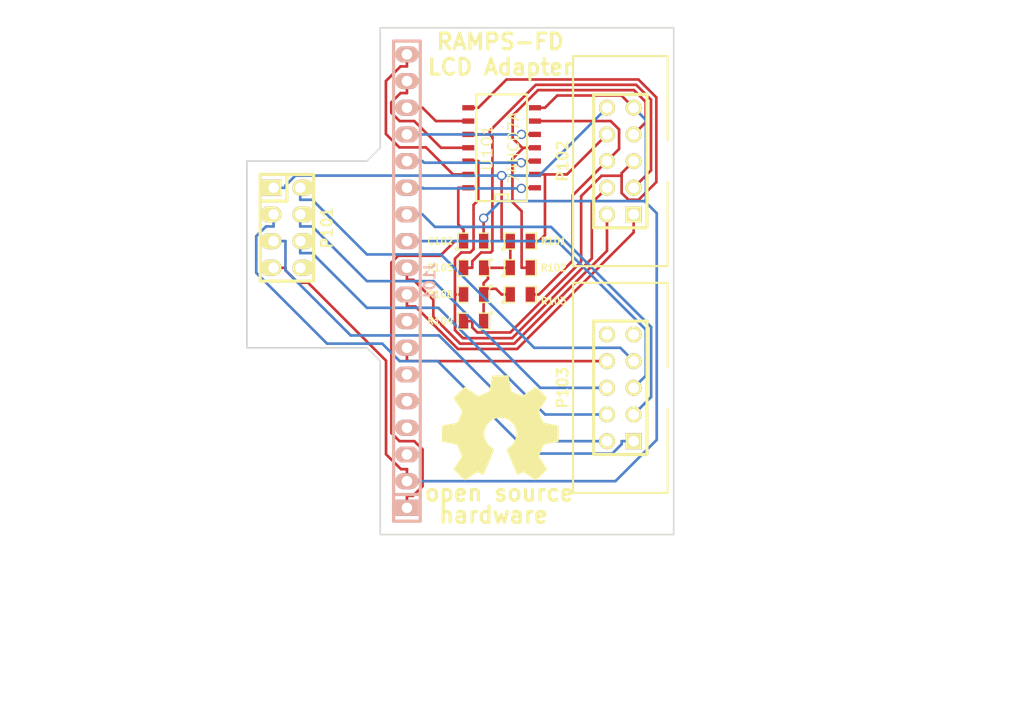
<source format=kicad_pcb>
(kicad_pcb (version 3) (host pcbnew "(2013-07-07 BZR 4022)-stable")

  (general
    (links 41)
    (no_connects 0)
    (area 110.745001 69.749999 208.182856 139.35)
    (thickness 1.6)
    (drawings 29)
    (tracks 243)
    (zones 0)
    (modules 13)
    (nets 26)
  )

  (page A4)
  (layers
    (15 F.Cu signal)
    (0 B.Cu signal)
    (16 B.Adhes user)
    (17 F.Adhes user)
    (18 B.Paste user)
    (19 F.Paste user)
    (20 B.SilkS user)
    (21 F.SilkS user)
    (22 B.Mask user)
    (23 F.Mask user)
    (24 Dwgs.User user)
    (25 Cmts.User user)
    (26 Eco1.User user)
    (27 Eco2.User user)
    (28 Edge.Cuts user)
  )

  (setup
    (last_trace_width 0.254)
    (trace_clearance 0.254)
    (zone_clearance 0.508)
    (zone_45_only no)
    (trace_min 0.254)
    (segment_width 0.2)
    (edge_width 0.15)
    (via_size 0.889)
    (via_drill 0.635)
    (via_min_size 0.889)
    (via_min_drill 0.508)
    (uvia_size 0.508)
    (uvia_drill 0.127)
    (uvias_allowed no)
    (uvia_min_size 0.508)
    (uvia_min_drill 0.127)
    (pcb_text_width 0.3)
    (pcb_text_size 1.5 1.5)
    (mod_edge_width 0.15)
    (mod_text_size 1.5 1.5)
    (mod_text_width 0.15)
    (pad_size 1.4 1.4)
    (pad_drill 0.6)
    (pad_to_mask_clearance 0.2)
    (aux_axis_origin 134.62 120.65)
    (visible_elements 7FFFFBBF)
    (pcbplotparams
      (layerselection 284196865)
      (usegerberextensions true)
      (excludeedgelayer true)
      (linewidth 0.150000)
      (plotframeref false)
      (viasonmask false)
      (mode 1)
      (useauxorigin true)
      (hpglpennumber 1)
      (hpglpenspeed 20)
      (hpglpendiameter 15)
      (hpglpenoverlay 2)
      (psnegative false)
      (psa4output false)
      (plotreference true)
      (plotvalue true)
      (plotothertext true)
      (plotinvisibletext false)
      (padsonsilk false)
      (subtractmaskfromsilk false)
      (outputformat 1)
      (mirror false)
      (drillshape 0)
      (scaleselection 1)
      (outputdirectory gerbers/))
  )

  (net 0 "")
  (net 1 +5V)
  (net 2 /BEEP)
  (net 3 /ENC1)
  (net 4 /ENC2)
  (net 5 /ENC_SW)
  (net 6 /IOREF)
  (net 7 /LCD_D4)
  (net 8 /LCD_D4_5V)
  (net 9 /LCD_D5)
  (net 10 /LCD_D5_5V)
  (net 11 /LCD_D6)
  (net 12 /LCD_D6_5V)
  (net 13 /LCD_D7)
  (net 14 /LCD_D7_5V)
  (net 15 /LCD_E)
  (net 16 /LCD_E_5V)
  (net 17 /LCD_RS)
  (net 18 /LCD_RS_5V)
  (net 19 /RESET)
  (net 20 /SD_CLK)
  (net 21 /SD_CS)
  (net 22 /SD_DETECT)
  (net 23 /SD_DI)
  (net 24 /SD_DO)
  (net 25 GND)

  (net_class Default "This is the default net class."
    (clearance 0.254)
    (trace_width 0.254)
    (via_dia 0.889)
    (via_drill 0.635)
    (uvia_dia 0.508)
    (uvia_drill 0.127)
    (add_net "")
    (add_net +5V)
    (add_net /BEEP)
    (add_net /ENC1)
    (add_net /ENC2)
    (add_net /ENC_SW)
    (add_net /IOREF)
    (add_net /LCD_D4)
    (add_net /LCD_D4_5V)
    (add_net /LCD_D5)
    (add_net /LCD_D5_5V)
    (add_net /LCD_D6)
    (add_net /LCD_D6_5V)
    (add_net /LCD_D7)
    (add_net /LCD_D7_5V)
    (add_net /LCD_E)
    (add_net /LCD_E_5V)
    (add_net /LCD_RS)
    (add_net /LCD_RS_5V)
    (add_net /RESET)
    (add_net /SD_CLK)
    (add_net /SD_CS)
    (add_net /SD_DETECT)
    (add_net /SD_DI)
    (add_net /SD_DO)
    (add_net GND)
  )

  (module SM0805 (layer F.Cu) (tedit 52460DE0) (tstamp 5243636C)
    (at 160.655 92.71)
    (path /52460B2A)
    (attr smd)
    (fp_text reference R101 (at 3.175 0) (layer F.SilkS)
      (effects (font (size 0.635 0.635) (thickness 0.127)))
    )
    (fp_text value 10k (at 0 0) (layer F.SilkS) hide
      (effects (font (size 0.635 0.635) (thickness 0.127)))
    )
    (fp_circle (center -1.651 0.762) (end -1.651 0.635) (layer F.SilkS) (width 0.127))
    (fp_line (start -0.508 0.762) (end -1.524 0.762) (layer F.SilkS) (width 0.127))
    (fp_line (start -1.524 0.762) (end -1.524 -0.762) (layer F.SilkS) (width 0.127))
    (fp_line (start -1.524 -0.762) (end -0.508 -0.762) (layer F.SilkS) (width 0.127))
    (fp_line (start 0.508 -0.762) (end 1.524 -0.762) (layer F.SilkS) (width 0.127))
    (fp_line (start 1.524 -0.762) (end 1.524 0.762) (layer F.SilkS) (width 0.127))
    (fp_line (start 1.524 0.762) (end 0.508 0.762) (layer F.SilkS) (width 0.127))
    (pad 1 smd rect (at -0.9525 0) (size 0.889 1.397)
      (layers F.Cu F.Paste F.Mask)
      (net 1 +5V)
    )
    (pad 2 smd rect (at 0.9525 0) (size 0.889 1.397)
      (layers F.Cu F.Paste F.Mask)
      (net 14 /LCD_D7_5V)
    )
    (model smd/chip_cms.wrl
      (at (xyz 0 0 0))
      (scale (xyz 0.1 0.1 0.1))
      (rotate (xyz 0 0 0))
    )
  )

  (module pin_strip_4x2 (layer F.Cu) (tedit 4B90DEC7) (tstamp 5243637E)
    (at 138.43 91.44 270)
    (descr "Pin strip 4x2pin")
    (tags "CONN DEV")
    (path /52434F0E)
    (fp_text reference P101 (at 0 -3.81 270) (layer F.SilkS)
      (effects (font (size 1.016 1.016) (thickness 0.2032)))
    )
    (fp_text value CONN_4X2 (at 0 -5.08 270) (layer F.SilkS) hide
      (effects (font (size 1.016 0.889) (thickness 0.2032)))
    )
    (fp_line (start -5.08 -2.54) (end 5.08 -2.54) (layer F.SilkS) (width 0.3048))
    (fp_line (start 5.08 -2.54) (end 5.08 2.54) (layer F.SilkS) (width 0.3048))
    (fp_line (start 5.08 2.54) (end -5.08 2.54) (layer F.SilkS) (width 0.3048))
    (fp_line (start -5.08 0) (end -2.54 0) (layer F.SilkS) (width 0.3048))
    (fp_line (start -2.54 0) (end -2.54 2.54) (layer F.SilkS) (width 0.3048))
    (fp_line (start -5.08 -2.54) (end -5.08 2.54) (layer F.SilkS) (width 0.3048))
    (pad 1 thru_hole rect (at -3.81 1.27 270) (size 1.524 1.99898) (drill 1.00076 (offset 0 0.24892))
      (layers *.Cu *.Mask F.SilkS)
      (net 1 +5V)
    )
    (pad 2 thru_hole oval (at -3.81 -1.27 270) (size 1.524 1.99898) (drill 1.00076 (offset 0 -0.24892))
      (layers *.Cu *.Mask F.SilkS)
      (net 22 /SD_DETECT)
    )
    (pad 3 thru_hole oval (at -1.27 1.27 270) (size 1.524 1.99898) (drill 1.00076 (offset 0 0.24892))
      (layers *.Cu *.Mask F.SilkS)
      (net 24 /SD_DO)
    )
    (pad 4 thru_hole oval (at -1.27 -1.27 270) (size 1.524 1.99898) (drill 1.00076 (offset 0 -0.24892))
      (layers *.Cu *.Mask F.SilkS)
      (net 23 /SD_DI)
    )
    (pad 5 thru_hole oval (at 1.27 1.27 270) (size 1.524 1.99898) (drill 1.00076 (offset 0 0.24892))
      (layers *.Cu *.Mask F.SilkS)
      (net 20 /SD_CLK)
    )
    (pad 6 thru_hole oval (at 1.27 -1.27 270) (size 1.524 1.99898) (drill 1.00076 (offset 0 -0.24892))
      (layers *.Cu *.Mask F.SilkS)
      (net 21 /SD_CS)
    )
    (pad 7 thru_hole oval (at 3.81 1.27 270) (size 1.524 1.99898) (drill 1.00076 (offset 0 0.24892))
      (layers *.Cu *.Mask F.SilkS)
      (net 25 GND)
    )
    (pad 8 thru_hole oval (at 3.81 -1.27 270) (size 1.524 1.99898) (drill 1.00076 (offset 0 -0.24892))
      (layers *.Cu *.Mask F.SilkS)
    )
    (model walter\pin_strip\pin_strip_4x2.wrl
      (at (xyz 0 0 0))
      (scale (xyz 1 1 1))
      (rotate (xyz 0 0 0))
    )
  )

  (module pin_strip_18 (layer B.Cu) (tedit 4EF88F70) (tstamp 52436399)
    (at 149.86 96.52 90)
    (descr "Pin strip 18pin")
    (tags "CONN DEV")
    (path /52434F14)
    (fp_text reference J101 (at 0 2.159 90) (layer B.SilkS)
      (effects (font (size 1.016 1.016) (thickness 0.2032)) (justify mirror))
    )
    (fp_text value HEADER_18 (at 0.254 3.556 90) (layer B.SilkS) hide
      (effects (font (size 1.016 0.889) (thickness 0.2032)) (justify mirror))
    )
    (fp_line (start 22.86 -1.27) (end -22.86 -1.27) (layer B.SilkS) (width 0.3048))
    (fp_line (start -22.86 1.27) (end 22.86 1.27) (layer B.SilkS) (width 0.3048))
    (fp_line (start 22.86 1.27) (end 22.86 -1.27) (layer B.SilkS) (width 0.3048))
    (fp_line (start -20.32 1.27) (end -20.32 -1.27) (layer B.SilkS) (width 0.3048))
    (fp_line (start -22.86 -1.27) (end -22.86 1.27) (layer B.SilkS) (width 0.3048))
    (pad 1 thru_hole rect (at -21.59 0 90) (size 1.524 2.19964) (drill 1.00076)
      (layers *.Cu *.Mask B.SilkS)
      (net 6 /IOREF)
    )
    (pad 2 thru_hole oval (at -19.05 0 90) (size 1.524 2.19964) (drill 1.00076)
      (layers *.Cu *.Mask B.SilkS)
      (net 25 GND)
    )
    (pad 3 thru_hole oval (at -16.51 0 90) (size 1.524 2.19964) (drill 1.00076)
      (layers *.Cu *.Mask B.SilkS)
    )
    (pad 4 thru_hole oval (at -13.97 0 90) (size 1.524 2.19964) (drill 1.00076)
      (layers *.Cu *.Mask B.SilkS)
    )
    (pad 5 thru_hole oval (at -11.43 0 90) (size 1.524 2.19964) (drill 1.00076)
      (layers *.Cu *.Mask B.SilkS)
    )
    (pad 6 thru_hole oval (at -8.89 0 90) (size 1.524 2.19964) (drill 1.00076)
      (layers *.Cu *.Mask B.SilkS)
    )
    (pad 7 thru_hole oval (at -6.35 0 90) (size 1.524 2.19964) (drill 1.00076)
      (layers *.Cu *.Mask B.SilkS)
      (net 19 /RESET)
    )
    (pad 8 thru_hole oval (at -3.81 0 90) (size 1.524 2.19964) (drill 1.00076)
      (layers *.Cu *.Mask B.SilkS)
    )
    (pad 9 thru_hole oval (at -1.27 0 90) (size 1.524 2.19964) (drill 1.00076)
      (layers *.Cu *.Mask B.SilkS)
      (net 2 /BEEP)
    )
    (pad 10 thru_hole oval (at 1.27 0 90) (size 1.524 2.19964) (drill 1.00076)
      (layers *.Cu *.Mask B.SilkS)
      (net 5 /ENC_SW)
    )
    (pad 11 thru_hole oval (at 3.81 0 90) (size 1.524 2.19964) (drill 1.00076)
      (layers *.Cu *.Mask B.SilkS)
      (net 3 /ENC1)
    )
    (pad 12 thru_hole oval (at 6.35 0 90) (size 1.524 2.19964) (drill 1.00076)
      (layers *.Cu *.Mask B.SilkS)
      (net 4 /ENC2)
    )
    (pad 13 thru_hole oval (at 8.89 0 90) (size 1.524 2.19964) (drill 1.00076)
      (layers *.Cu *.Mask B.SilkS)
      (net 13 /LCD_D7)
    )
    (pad 14 thru_hole oval (at 11.43 0 90) (size 1.524 2.19964) (drill 1.00076)
      (layers *.Cu *.Mask B.SilkS)
      (net 11 /LCD_D6)
    )
    (pad 15 thru_hole oval (at 13.97 0 90) (size 1.524 2.19964) (drill 1.00076)
      (layers *.Cu *.Mask B.SilkS)
      (net 9 /LCD_D5)
    )
    (pad 16 thru_hole oval (at 16.51 0 90) (size 1.524 2.19964) (drill 1.00076)
      (layers *.Cu *.Mask B.SilkS)
      (net 7 /LCD_D4)
    )
    (pad 17 thru_hole oval (at 19.05 0 90) (size 1.524 2.19964) (drill 1.00076)
      (layers *.Cu *.Mask B.SilkS)
      (net 15 /LCD_E)
    )
    (pad 18 thru_hole oval (at 21.59 0 90) (size 1.524 2.19964) (drill 1.00076)
      (layers *.Cu *.Mask B.SilkS)
      (net 17 /LCD_RS)
    )
    (model walter\pin_strip\pin_strip_18.wrl
      (at (xyz 0 0 0))
      (scale (xyz 1 1 1))
      (rotate (xyz 0 0 0))
    )
  )

  (module PIN_ARRAY_5x2_RMC (layer F.Cu) (tedit 502ACB2F) (tstamp 524363AD)
    (at 170.18 85.09 90)
    (descr "Double rangee de contacts 2 x 5 pins")
    (tags CONN)
    (path /52434ED1)
    (fp_text reference P102 (at 0 -5.4991 90) (layer F.SilkS)
      (effects (font (size 1.016 1.016) (thickness 0.2032)))
    )
    (fp_text value CONN_5X2 (at 0 -5.4991 90) (layer F.SilkS) hide
      (effects (font (size 1.016 1.016) (thickness 0.2032)))
    )
    (fp_line (start 1.99898 4.50088) (end 9.99998 4.50088) (layer F.SilkS) (width 0.2032))
    (fp_line (start 9.99998 4.50088) (end 9.99998 -4.50088) (layer F.SilkS) (width 0.2032))
    (fp_line (start 9.99998 -4.50088) (end -9.99998 -4.50088) (layer F.SilkS) (width 0.2032))
    (fp_line (start -9.99998 -4.50088) (end -9.99998 0) (layer F.SilkS) (width 0.2032))
    (fp_line (start -9.99998 0) (end -9.99998 4.50088) (layer F.SilkS) (width 0.2032))
    (fp_line (start -9.99998 4.50088) (end -1.99898 4.50088) (layer F.SilkS) (width 0.2032))
    (fp_line (start -6.35 -2.54) (end 6.35 -2.54) (layer F.SilkS) (width 0.3048))
    (fp_line (start 6.35 -2.54) (end 6.35 2.54) (layer F.SilkS) (width 0.3048))
    (fp_line (start 6.35 2.54) (end -6.35 2.54) (layer F.SilkS) (width 0.3048))
    (fp_line (start -6.35 2.54) (end -6.35 -2.54) (layer F.SilkS) (width 0.3048))
    (pad 1 thru_hole rect (at -5.08 1.27 90) (size 1.524 1.524) (drill 1.016)
      (layers *.Cu *.Mask F.SilkS)
      (net 2 /BEEP)
    )
    (pad 2 thru_hole circle (at -5.08 -1.27 90) (size 1.524 1.524) (drill 1.016)
      (layers *.Cu *.Mask F.SilkS)
      (net 5 /ENC_SW)
    )
    (pad 3 thru_hole circle (at -2.54 1.27 90) (size 1.524 1.524) (drill 1.016)
      (layers *.Cu *.Mask F.SilkS)
      (net 16 /LCD_E_5V)
    )
    (pad 4 thru_hole circle (at -2.54 -1.27 90) (size 1.524 1.524) (drill 1.016)
      (layers *.Cu *.Mask F.SilkS)
      (net 18 /LCD_RS_5V)
    )
    (pad 5 thru_hole circle (at 0 1.27 90) (size 1.524 1.524) (drill 1.016)
      (layers *.Cu *.Mask F.SilkS)
      (net 8 /LCD_D4_5V)
    )
    (pad 6 thru_hole circle (at 0 -1.27 90) (size 1.524 1.524) (drill 1.016)
      (layers *.Cu *.Mask F.SilkS)
      (net 10 /LCD_D5_5V)
    )
    (pad 7 thru_hole circle (at 2.54 1.27 90) (size 1.524 1.524) (drill 1.016)
      (layers *.Cu *.Mask F.SilkS)
      (net 12 /LCD_D6_5V)
    )
    (pad 8 thru_hole circle (at 2.54 -1.27 90) (size 1.524 1.524) (drill 1.016)
      (layers *.Cu *.Mask F.SilkS)
      (net 14 /LCD_D7_5V)
    )
    (pad 9 thru_hole circle (at 5.08 1.27 90) (size 1.524 1.524) (drill 1.016)
      (layers *.Cu *.Mask F.SilkS)
      (net 25 GND)
    )
    (pad 10 thru_hole circle (at 5.08 -1.27 90) (size 1.524 1.524) (drill 1.016)
      (layers *.Cu *.Mask F.SilkS)
      (net 1 +5V)
    )
    (model walter\conn_strip\vasch_strip_5x2.wrl
      (at (xyz 0 0 0))
      (scale (xyz 1 1 1))
      (rotate (xyz 0 0 0))
    )
  )

  (module PIN_ARRAY_5x2_RMC (layer F.Cu) (tedit 502ACB2F) (tstamp 524363C1)
    (at 170.18 106.68 90)
    (descr "Double rangee de contacts 2 x 5 pins")
    (tags CONN)
    (path /52434ED7)
    (fp_text reference P103 (at 0 -5.4991 90) (layer F.SilkS)
      (effects (font (size 1.016 1.016) (thickness 0.2032)))
    )
    (fp_text value CONN_5X2 (at 0 -5.4991 90) (layer F.SilkS) hide
      (effects (font (size 1.016 1.016) (thickness 0.2032)))
    )
    (fp_line (start 1.99898 4.50088) (end 9.99998 4.50088) (layer F.SilkS) (width 0.2032))
    (fp_line (start 9.99998 4.50088) (end 9.99998 -4.50088) (layer F.SilkS) (width 0.2032))
    (fp_line (start 9.99998 -4.50088) (end -9.99998 -4.50088) (layer F.SilkS) (width 0.2032))
    (fp_line (start -9.99998 -4.50088) (end -9.99998 0) (layer F.SilkS) (width 0.2032))
    (fp_line (start -9.99998 0) (end -9.99998 4.50088) (layer F.SilkS) (width 0.2032))
    (fp_line (start -9.99998 4.50088) (end -1.99898 4.50088) (layer F.SilkS) (width 0.2032))
    (fp_line (start -6.35 -2.54) (end 6.35 -2.54) (layer F.SilkS) (width 0.3048))
    (fp_line (start 6.35 -2.54) (end 6.35 2.54) (layer F.SilkS) (width 0.3048))
    (fp_line (start 6.35 2.54) (end -6.35 2.54) (layer F.SilkS) (width 0.3048))
    (fp_line (start -6.35 2.54) (end -6.35 -2.54) (layer F.SilkS) (width 0.3048))
    (pad 1 thru_hole rect (at -5.08 1.27 90) (size 1.524 1.524) (drill 1.016)
      (layers *.Cu *.Mask F.SilkS)
      (net 24 /SD_DO)
    )
    (pad 2 thru_hole circle (at -5.08 -1.27 90) (size 1.524 1.524) (drill 1.016)
      (layers *.Cu *.Mask F.SilkS)
      (net 20 /SD_CLK)
    )
    (pad 3 thru_hole circle (at -2.54 1.27 90) (size 1.524 1.524) (drill 1.016)
      (layers *.Cu *.Mask F.SilkS)
      (net 4 /ENC2)
    )
    (pad 4 thru_hole circle (at -2.54 -1.27 90) (size 1.524 1.524) (drill 1.016)
      (layers *.Cu *.Mask F.SilkS)
      (net 21 /SD_CS)
    )
    (pad 5 thru_hole circle (at 0 1.27 90) (size 1.524 1.524) (drill 1.016)
      (layers *.Cu *.Mask F.SilkS)
      (net 3 /ENC1)
    )
    (pad 6 thru_hole circle (at 0 -1.27 90) (size 1.524 1.524) (drill 1.016)
      (layers *.Cu *.Mask F.SilkS)
      (net 23 /SD_DI)
    )
    (pad 7 thru_hole circle (at 2.54 1.27 90) (size 1.524 1.524) (drill 1.016)
      (layers *.Cu *.Mask F.SilkS)
      (net 22 /SD_DETECT)
    )
    (pad 8 thru_hole circle (at 2.54 -1.27 90) (size 1.524 1.524) (drill 1.016)
      (layers *.Cu *.Mask F.SilkS)
      (net 19 /RESET)
    )
    (pad 9 thru_hole circle (at 5.08 1.27 90) (size 1.524 1.524) (drill 1.016)
      (layers *.Cu *.Mask F.SilkS)
    )
    (pad 10 thru_hole circle (at 5.08 -1.27 90) (size 1.524 1.524) (drill 1.016)
      (layers *.Cu *.Mask F.SilkS)
    )
    (model walter\conn_strip\vasch_strip_5x2.wrl
      (at (xyz 0 0 0))
      (scale (xyz 1 1 1))
      (rotate (xyz 0 0 0))
    )
  )

  (module SM0805 (layer F.Cu) (tedit 52460DDE) (tstamp 52436758)
    (at 156.21 92.71)
    (path /524366E1)
    (attr smd)
    (fp_text reference C102 (at -3.175 0) (layer F.SilkS)
      (effects (font (size 0.635 0.635) (thickness 0.127)))
    )
    (fp_text value 100nF (at 0 0) (layer F.SilkS) hide
      (effects (font (size 0.635 0.635) (thickness 0.127)))
    )
    (fp_circle (center -1.651 0.762) (end -1.651 0.635) (layer F.SilkS) (width 0.127))
    (fp_line (start -0.508 0.762) (end -1.524 0.762) (layer F.SilkS) (width 0.127))
    (fp_line (start -1.524 0.762) (end -1.524 -0.762) (layer F.SilkS) (width 0.127))
    (fp_line (start -1.524 -0.762) (end -0.508 -0.762) (layer F.SilkS) (width 0.127))
    (fp_line (start 0.508 -0.762) (end 1.524 -0.762) (layer F.SilkS) (width 0.127))
    (fp_line (start 1.524 -0.762) (end 1.524 0.762) (layer F.SilkS) (width 0.127))
    (fp_line (start 1.524 0.762) (end 0.508 0.762) (layer F.SilkS) (width 0.127))
    (pad 1 smd rect (at -0.9525 0) (size 0.889 1.397)
      (layers F.Cu F.Paste F.Mask)
      (net 6 /IOREF)
    )
    (pad 2 smd rect (at 0.9525 0) (size 0.889 1.397)
      (layers F.Cu F.Paste F.Mask)
      (net 25 GND)
    )
    (model smd/chip_cms.wrl
      (at (xyz 0 0 0))
      (scale (xyz 0.1 0.1 0.1))
      (rotate (xyz 0 0 0))
    )
  )

  (module SO14N (layer F.Cu) (tedit 42806FE5) (tstamp 5243635F)
    (at 158.75 83.82 90)
    (descr "Module CMS SOJ 14 pins Large")
    (tags "CMS SOJ")
    (path /5245E15B)
    (attr smd)
    (fp_text reference U101 (at 0 -1.27 90) (layer F.SilkS)
      (effects (font (size 1.016 1.143) (thickness 0.127)))
    )
    (fp_text value 74HC07A (at 0 1.27 90) (layer F.SilkS)
      (effects (font (size 1.016 1.016) (thickness 0.127)))
    )
    (fp_line (start 5.08 -2.286) (end 5.08 2.54) (layer F.SilkS) (width 0.2032))
    (fp_line (start 5.08 2.54) (end -5.08 2.54) (layer F.SilkS) (width 0.2032))
    (fp_line (start -5.08 2.54) (end -5.08 -2.286) (layer F.SilkS) (width 0.2032))
    (fp_line (start -5.08 -2.286) (end 5.08 -2.286) (layer F.SilkS) (width 0.2032))
    (fp_line (start -5.08 -0.508) (end -4.445 -0.508) (layer F.SilkS) (width 0.2032))
    (fp_line (start -4.445 -0.508) (end -4.445 0.762) (layer F.SilkS) (width 0.2032))
    (fp_line (start -4.445 0.762) (end -5.08 0.762) (layer F.SilkS) (width 0.2032))
    (pad 1 smd rect (at -3.81 3.302 90) (size 0.508 1.143)
      (layers F.Cu F.Paste F.Mask)
      (net 13 /LCD_D7)
    )
    (pad 2 smd rect (at -2.54 3.302 90) (size 0.508 1.143)
      (layers F.Cu F.Paste F.Mask)
      (net 14 /LCD_D7_5V)
    )
    (pad 3 smd rect (at -1.27 3.302 90) (size 0.508 1.143)
      (layers F.Cu F.Paste F.Mask)
      (net 11 /LCD_D6)
    )
    (pad 4 smd rect (at 0 3.302 90) (size 0.508 1.143)
      (layers F.Cu F.Paste F.Mask)
      (net 12 /LCD_D6_5V)
    )
    (pad 5 smd rect (at 1.27 3.302 90) (size 0.508 1.143)
      (layers F.Cu F.Paste F.Mask)
      (net 9 /LCD_D5)
    )
    (pad 6 smd rect (at 2.54 3.302 90) (size 0.508 1.143)
      (layers F.Cu F.Paste F.Mask)
      (net 10 /LCD_D5_5V)
    )
    (pad 7 smd rect (at 3.81 3.302 90) (size 0.508 1.143)
      (layers F.Cu F.Paste F.Mask)
      (net 25 GND)
    )
    (pad 8 smd rect (at 3.81 -3.048 90) (size 0.508 1.143)
      (layers F.Cu F.Paste F.Mask)
      (net 8 /LCD_D4_5V)
    )
    (pad 9 smd rect (at 2.54 -3.048 90) (size 0.508 1.143)
      (layers F.Cu F.Paste F.Mask)
      (net 7 /LCD_D4)
    )
    (pad 11 smd rect (at 0 -3.048 90) (size 0.508 1.143)
      (layers F.Cu F.Paste F.Mask)
      (net 15 /LCD_E)
    )
    (pad 12 smd rect (at -1.27 -3.048 90) (size 0.508 1.143)
      (layers F.Cu F.Paste F.Mask)
      (net 18 /LCD_RS_5V)
    )
    (pad 13 smd rect (at -2.54 -3.048 90) (size 0.508 1.143)
      (layers F.Cu F.Paste F.Mask)
      (net 17 /LCD_RS)
    )
    (pad 14 smd rect (at -3.81 -3.048 90) (size 0.508 1.143)
      (layers F.Cu F.Paste F.Mask)
      (net 6 /IOREF)
    )
    (pad 10 smd rect (at 1.27 -3.048 90) (size 0.508 1.143)
      (layers F.Cu F.Paste F.Mask)
      (net 16 /LCD_E_5V)
    )
    (model smd/cms_so14.wrl
      (at (xyz 0 0 0))
      (scale (xyz 0.5 0.4 0.5))
      (rotate (xyz 0 0 0))
    )
  )

  (module SM0805 (layer F.Cu) (tedit 52460DDC) (tstamp 52460B72)
    (at 160.655 95.25)
    (path /52460B3C)
    (attr smd)
    (fp_text reference R102 (at 3.175 0) (layer F.SilkS)
      (effects (font (size 0.635 0.635) (thickness 0.127)))
    )
    (fp_text value 10k (at 0 0) (layer F.SilkS) hide
      (effects (font (size 0.635 0.635) (thickness 0.127)))
    )
    (fp_circle (center -1.651 0.762) (end -1.651 0.635) (layer F.SilkS) (width 0.127))
    (fp_line (start -0.508 0.762) (end -1.524 0.762) (layer F.SilkS) (width 0.127))
    (fp_line (start -1.524 0.762) (end -1.524 -0.762) (layer F.SilkS) (width 0.127))
    (fp_line (start -1.524 -0.762) (end -0.508 -0.762) (layer F.SilkS) (width 0.127))
    (fp_line (start 0.508 -0.762) (end 1.524 -0.762) (layer F.SilkS) (width 0.127))
    (fp_line (start 1.524 -0.762) (end 1.524 0.762) (layer F.SilkS) (width 0.127))
    (fp_line (start 1.524 0.762) (end 0.508 0.762) (layer F.SilkS) (width 0.127))
    (pad 1 smd rect (at -0.9525 0) (size 0.889 1.397)
      (layers F.Cu F.Paste F.Mask)
      (net 1 +5V)
    )
    (pad 2 smd rect (at 0.9525 0) (size 0.889 1.397)
      (layers F.Cu F.Paste F.Mask)
      (net 12 /LCD_D6_5V)
    )
    (model smd/chip_cms.wrl
      (at (xyz 0 0 0))
      (scale (xyz 0.1 0.1 0.1))
      (rotate (xyz 0 0 0))
    )
  )

  (module SM0805 (layer F.Cu) (tedit 52460DD8) (tstamp 52460B7F)
    (at 160.655 97.79)
    (path /52460B42)
    (attr smd)
    (fp_text reference R103 (at 3.175 0.635) (layer F.SilkS)
      (effects (font (size 0.635 0.635) (thickness 0.127)))
    )
    (fp_text value 10k (at 0 0) (layer F.SilkS) hide
      (effects (font (size 0.635 0.635) (thickness 0.127)))
    )
    (fp_circle (center -1.651 0.762) (end -1.651 0.635) (layer F.SilkS) (width 0.127))
    (fp_line (start -0.508 0.762) (end -1.524 0.762) (layer F.SilkS) (width 0.127))
    (fp_line (start -1.524 0.762) (end -1.524 -0.762) (layer F.SilkS) (width 0.127))
    (fp_line (start -1.524 -0.762) (end -0.508 -0.762) (layer F.SilkS) (width 0.127))
    (fp_line (start 0.508 -0.762) (end 1.524 -0.762) (layer F.SilkS) (width 0.127))
    (fp_line (start 1.524 -0.762) (end 1.524 0.762) (layer F.SilkS) (width 0.127))
    (fp_line (start 1.524 0.762) (end 0.508 0.762) (layer F.SilkS) (width 0.127))
    (pad 1 smd rect (at -0.9525 0) (size 0.889 1.397)
      (layers F.Cu F.Paste F.Mask)
      (net 1 +5V)
    )
    (pad 2 smd rect (at 0.9525 0) (size 0.889 1.397)
      (layers F.Cu F.Paste F.Mask)
      (net 10 /LCD_D5_5V)
    )
    (model smd/chip_cms.wrl
      (at (xyz 0 0 0))
      (scale (xyz 0.1 0.1 0.1))
      (rotate (xyz 0 0 0))
    )
  )

  (module SM0805 (layer F.Cu) (tedit 52460DCE) (tstamp 52460B8C)
    (at 156.21 100.33 180)
    (path /52460B48)
    (attr smd)
    (fp_text reference R104 (at 3.175 0 180) (layer F.SilkS)
      (effects (font (size 0.635 0.635) (thickness 0.127)))
    )
    (fp_text value 10k (at 0 0 180) (layer F.SilkS) hide
      (effects (font (size 0.635 0.635) (thickness 0.127)))
    )
    (fp_circle (center -1.651 0.762) (end -1.651 0.635) (layer F.SilkS) (width 0.127))
    (fp_line (start -0.508 0.762) (end -1.524 0.762) (layer F.SilkS) (width 0.127))
    (fp_line (start -1.524 0.762) (end -1.524 -0.762) (layer F.SilkS) (width 0.127))
    (fp_line (start -1.524 -0.762) (end -0.508 -0.762) (layer F.SilkS) (width 0.127))
    (fp_line (start 0.508 -0.762) (end 1.524 -0.762) (layer F.SilkS) (width 0.127))
    (fp_line (start 1.524 -0.762) (end 1.524 0.762) (layer F.SilkS) (width 0.127))
    (fp_line (start 1.524 0.762) (end 0.508 0.762) (layer F.SilkS) (width 0.127))
    (pad 1 smd rect (at -0.9525 0 180) (size 0.889 1.397)
      (layers F.Cu F.Paste F.Mask)
      (net 1 +5V)
    )
    (pad 2 smd rect (at 0.9525 0 180) (size 0.889 1.397)
      (layers F.Cu F.Paste F.Mask)
      (net 8 /LCD_D4_5V)
    )
    (model smd/chip_cms.wrl
      (at (xyz 0 0 0))
      (scale (xyz 0.1 0.1 0.1))
      (rotate (xyz 0 0 0))
    )
  )

  (module SM0805 (layer F.Cu) (tedit 52460DDA) (tstamp 52460B99)
    (at 156.21 95.25 180)
    (path /52460B4E)
    (attr smd)
    (fp_text reference R105 (at 3.175 0 180) (layer F.SilkS)
      (effects (font (size 0.635 0.635) (thickness 0.127)))
    )
    (fp_text value 10k (at 0 0 180) (layer F.SilkS) hide
      (effects (font (size 0.635 0.635) (thickness 0.127)))
    )
    (fp_circle (center -1.651 0.762) (end -1.651 0.635) (layer F.SilkS) (width 0.127))
    (fp_line (start -0.508 0.762) (end -1.524 0.762) (layer F.SilkS) (width 0.127))
    (fp_line (start -1.524 0.762) (end -1.524 -0.762) (layer F.SilkS) (width 0.127))
    (fp_line (start -1.524 -0.762) (end -0.508 -0.762) (layer F.SilkS) (width 0.127))
    (fp_line (start 0.508 -0.762) (end 1.524 -0.762) (layer F.SilkS) (width 0.127))
    (fp_line (start 1.524 -0.762) (end 1.524 0.762) (layer F.SilkS) (width 0.127))
    (fp_line (start 1.524 0.762) (end 0.508 0.762) (layer F.SilkS) (width 0.127))
    (pad 1 smd rect (at -0.9525 0 180) (size 0.889 1.397)
      (layers F.Cu F.Paste F.Mask)
      (net 1 +5V)
    )
    (pad 2 smd rect (at 0.9525 0 180) (size 0.889 1.397)
      (layers F.Cu F.Paste F.Mask)
      (net 16 /LCD_E_5V)
    )
    (model smd/chip_cms.wrl
      (at (xyz 0 0 0))
      (scale (xyz 0.1 0.1 0.1))
      (rotate (xyz 0 0 0))
    )
  )

  (module SM0805 (layer F.Cu) (tedit 52460DD2) (tstamp 52460BA6)
    (at 156.21 97.79 180)
    (path /52460B54)
    (attr smd)
    (fp_text reference R106 (at 3.175 0 180) (layer F.SilkS)
      (effects (font (size 0.635 0.635) (thickness 0.127)))
    )
    (fp_text value 10k (at 0 0 180) (layer F.SilkS) hide
      (effects (font (size 0.635 0.635) (thickness 0.127)))
    )
    (fp_circle (center -1.651 0.762) (end -1.651 0.635) (layer F.SilkS) (width 0.127))
    (fp_line (start -0.508 0.762) (end -1.524 0.762) (layer F.SilkS) (width 0.127))
    (fp_line (start -1.524 0.762) (end -1.524 -0.762) (layer F.SilkS) (width 0.127))
    (fp_line (start -1.524 -0.762) (end -0.508 -0.762) (layer F.SilkS) (width 0.127))
    (fp_line (start 0.508 -0.762) (end 1.524 -0.762) (layer F.SilkS) (width 0.127))
    (fp_line (start 1.524 -0.762) (end 1.524 0.762) (layer F.SilkS) (width 0.127))
    (fp_line (start 1.524 0.762) (end 0.508 0.762) (layer F.SilkS) (width 0.127))
    (pad 1 smd rect (at -0.9525 0 180) (size 0.889 1.397)
      (layers F.Cu F.Paste F.Mask)
      (net 1 +5V)
    )
    (pad 2 smd rect (at 0.9525 0 180) (size 0.889 1.397)
      (layers F.Cu F.Paste F.Mask)
      (net 18 /LCD_RS_5V)
    )
    (model smd/chip_cms.wrl
      (at (xyz 0 0 0))
      (scale (xyz 0.1 0.1 0.1))
      (rotate (xyz 0 0 0))
    )
  )

  (module OSHW_logo_2 (layer F.Cu) (tedit 4FB9109F) (tstamp 52461D68)
    (at 158.75 110.49)
    (path /52461DD4)
    (fp_text reference M101 (at 0 5.90296) (layer F.SilkS) hide
      (effects (font (size 0.508 0.508) (thickness 0.1016)))
    )
    (fp_text value LOGO_OSHW (at 0 -5.90296) (layer F.SilkS) hide
      (effects (font (size 0.508 0.508) (thickness 0.1016)))
    )
    (fp_text user hardware (at -0.64516 8.30072) (layer F.SilkS)
      (effects (font (size 1.524 1.524) (thickness 0.3048)))
    )
    (fp_text user "open source" (at -0.09906 6.20014) (layer F.SilkS)
      (effects (font (size 1.524 1.524) (thickness 0.3048)))
    )
    (fp_poly (pts (xy -3.37312 4.99872) (xy -3.3147 4.96824) (xy -3.18516 4.88696) (xy -2.99974 4.76504)
      (xy -2.77876 4.61772) (xy -2.55778 4.46786) (xy -2.37744 4.34594) (xy -2.25044 4.26466)
      (xy -2.1971 4.23672) (xy -2.16916 4.24688) (xy -2.06502 4.29768) (xy -1.91262 4.37642)
      (xy -1.82372 4.42214) (xy -1.68402 4.48056) (xy -1.61544 4.49326) (xy -1.60274 4.47548)
      (xy -1.55194 4.3688) (xy -1.4732 4.18592) (xy -1.36652 3.94462) (xy -1.24714 3.66268)
      (xy -1.1176 3.35788) (xy -0.98806 3.048) (xy -0.86614 2.75082) (xy -0.75692 2.48412)
      (xy -0.67056 2.26822) (xy -0.61214 2.11836) (xy -0.59182 2.05232) (xy -0.5969 2.03962)
      (xy -0.66802 1.97104) (xy -0.78994 1.8796) (xy -1.05156 1.66624) (xy -1.31318 1.34112)
      (xy -1.47066 0.97282) (xy -1.524 0.56388) (xy -1.47828 0.18288) (xy -1.32842 -0.18288)
      (xy -1.07442 -0.51054) (xy -0.76708 -0.75438) (xy -0.4064 -0.90932) (xy 0 -0.95758)
      (xy 0.38862 -0.9144) (xy 0.75946 -0.76708) (xy 1.08966 -0.51816) (xy 1.22682 -0.35814)
      (xy 1.41732 -0.0254) (xy 1.52654 0.3302) (xy 1.53924 0.42164) (xy 1.52146 0.8128)
      (xy 1.40716 1.18618) (xy 1.20142 1.52146) (xy 0.9144 1.79578) (xy 0.87884 1.82372)
      (xy 0.74422 1.92278) (xy 0.65532 1.99136) (xy 0.58674 2.04724) (xy 1.08458 3.24612)
      (xy 1.16332 3.43662) (xy 1.30048 3.76428) (xy 1.41986 4.04622) (xy 1.51638 4.26974)
      (xy 1.58242 4.4196) (xy 1.6129 4.48056) (xy 1.61544 4.4831) (xy 1.65862 4.49072)
      (xy 1.75006 4.4577) (xy 1.9177 4.37642) (xy 2.02946 4.32054) (xy 2.15646 4.25958)
      (xy 2.21234 4.23672) (xy 2.2606 4.26212) (xy 2.38252 4.34086) (xy 2.56032 4.46024)
      (xy 2.77622 4.60756) (xy 2.97942 4.74472) (xy 3.16738 4.86918) (xy 3.30454 4.95554)
      (xy 3.37058 4.9911) (xy 3.38074 4.9911) (xy 3.43916 4.95808) (xy 3.54584 4.86918)
      (xy 3.71094 4.71424) (xy 3.94208 4.48564) (xy 3.97764 4.45262) (xy 4.1656 4.25958)
      (xy 4.32054 4.09702) (xy 4.42468 3.98272) (xy 4.46024 3.92938) (xy 4.46024 3.92938)
      (xy 4.42722 3.86334) (xy 4.34086 3.72872) (xy 4.2164 3.53822) (xy 4.064 3.3147)
      (xy 3.66776 2.73812) (xy 3.8862 2.19456) (xy 3.95224 2.02946) (xy 4.0386 1.82626)
      (xy 4.1021 1.68148) (xy 4.13258 1.61798) (xy 4.19354 1.59766) (xy 4.34086 1.5621)
      (xy 4.55676 1.51638) (xy 4.81584 1.46812) (xy 5.05968 1.42494) (xy 5.28066 1.38176)
      (xy 5.44322 1.35128) (xy 5.51434 1.33604) (xy 5.53212 1.32588) (xy 5.54482 1.29286)
      (xy 5.55498 1.21666) (xy 5.56006 1.08204) (xy 5.5626 0.86868) (xy 5.5626 0.56388)
      (xy 5.5626 0.53086) (xy 5.56006 0.23622) (xy 5.55498 0.00508) (xy 5.54736 -0.14986)
      (xy 5.5372 -0.20828) (xy 5.5372 -0.21082) (xy 5.46862 -0.22606) (xy 5.31114 -0.25908)
      (xy 5.09016 -0.30226) (xy 4.826 -0.35306) (xy 4.80822 -0.3556) (xy 4.5466 -0.4064)
      (xy 4.32562 -0.45212) (xy 4.17068 -0.48768) (xy 4.10464 -0.508) (xy 4.09194 -0.52832)
      (xy 4.0386 -0.62992) (xy 3.9624 -0.79248) (xy 3.87604 -0.99314) (xy 3.78968 -1.19888)
      (xy 3.71602 -1.3843) (xy 3.66522 -1.524) (xy 3.64998 -1.5875) (xy 3.65252 -1.5875)
      (xy 3.69062 -1.651) (xy 3.78206 -1.78816) (xy 3.90906 -1.97866) (xy 4.064 -2.20218)
      (xy 4.07416 -2.21742) (xy 4.22656 -2.44094) (xy 4.34848 -2.6289) (xy 4.42976 -2.76352)
      (xy 4.46024 -2.82448) (xy 4.46024 -2.82702) (xy 4.40944 -2.89306) (xy 4.29768 -3.02006)
      (xy 4.13512 -3.19024) (xy 3.93954 -3.38582) (xy 3.87858 -3.44678) (xy 3.66268 -3.6576)
      (xy 3.51028 -3.7973) (xy 3.41884 -3.87096) (xy 3.37312 -3.8862) (xy 3.37058 -3.8862)
      (xy 3.30454 -3.84556) (xy 3.16484 -3.75412) (xy 2.97434 -3.62458) (xy 2.74828 -3.46964)
      (xy 2.73304 -3.45948) (xy 2.50952 -3.30962) (xy 2.3241 -3.18262) (xy 2.19202 -3.09626)
      (xy 2.13614 -3.0607) (xy 2.12598 -3.0607) (xy 2.03454 -3.08864) (xy 1.87706 -3.14452)
      (xy 1.68148 -3.21818) (xy 1.47574 -3.302) (xy 1.29032 -3.38074) (xy 1.14808 -3.44424)
      (xy 1.08204 -3.48234) (xy 1.08204 -3.48488) (xy 1.05664 -3.56362) (xy 1.01854 -3.73126)
      (xy 0.97282 -3.95986) (xy 0.91948 -4.23164) (xy 0.91186 -4.27736) (xy 0.86106 -4.54152)
      (xy 0.81788 -4.75996) (xy 0.7874 -4.91236) (xy 0.77216 -4.97332) (xy 0.73406 -4.98348)
      (xy 0.60452 -4.99364) (xy 0.4064 -4.99872) (xy 0.16764 -5.00126) (xy -0.08382 -4.99872)
      (xy -0.3302 -4.99364) (xy -0.54102 -4.98602) (xy -0.69088 -4.97586) (xy -0.75184 -4.96316)
      (xy -0.75438 -4.96062) (xy -0.77724 -4.8768) (xy -0.81534 -4.7117) (xy -0.86106 -4.48056)
      (xy -0.9144 -4.20624) (xy -0.92456 -4.15798) (xy -0.97282 -3.89382) (xy -1.01854 -3.67792)
      (xy -1.04902 -3.52806) (xy -1.0668 -3.46964) (xy -1.08966 -3.45694) (xy -1.19888 -3.40868)
      (xy -1.37668 -3.33502) (xy -1.59512 -3.24612) (xy -2.10566 -3.04038) (xy -2.7305 -3.46964)
      (xy -2.78892 -3.50774) (xy -3.01244 -3.66014) (xy -3.19786 -3.7846) (xy -3.32486 -3.86588)
      (xy -3.3782 -3.89636) (xy -3.38328 -3.89382) (xy -3.44424 -3.84048) (xy -3.5687 -3.72364)
      (xy -3.73888 -3.55854) (xy -3.93446 -3.36296) (xy -4.07924 -3.21818) (xy -4.25196 -3.04292)
      (xy -4.36118 -2.92608) (xy -4.4196 -2.84988) (xy -4.44246 -2.80416) (xy -4.43738 -2.77368)
      (xy -4.39674 -2.71018) (xy -4.3053 -2.57302) (xy -4.17576 -2.38252) (xy -4.02336 -2.16154)
      (xy -3.8989 -1.97866) (xy -3.76428 -1.76784) (xy -3.67538 -1.61798) (xy -3.6449 -1.54432)
      (xy -3.65252 -1.51384) (xy -3.6957 -1.39192) (xy -3.76936 -1.2065) (xy -3.86334 -0.98806)
      (xy -4.08178 -0.49276) (xy -4.40436 -0.42926) (xy -4.60248 -0.3937) (xy -4.8768 -0.34036)
      (xy -5.13842 -0.28956) (xy -5.5499 -0.21082) (xy -5.56514 1.29794) (xy -5.50164 1.32588)
      (xy -5.44068 1.34112) (xy -5.28828 1.37668) (xy -5.06984 1.41986) (xy -4.81584 1.46812)
      (xy -4.5974 1.50876) (xy -4.37642 1.5494) (xy -4.21894 1.57988) (xy -4.14782 1.59512)
      (xy -4.13004 1.61798) (xy -4.0767 1.72466) (xy -3.99796 1.89484) (xy -3.9116 2.09804)
      (xy -3.8227 2.30886) (xy -3.7465 2.50444) (xy -3.69062 2.65176) (xy -3.6703 2.7305)
      (xy -3.70078 2.78638) (xy -3.7846 2.91592) (xy -3.90652 3.10134) (xy -4.05384 3.31978)
      (xy -4.2037 3.53822) (xy -4.3307 3.72364) (xy -4.41706 3.85826) (xy -4.45516 3.91922)
      (xy -4.43738 3.9624) (xy -4.34848 4.06654) (xy -4.18338 4.23926) (xy -3.93954 4.48056)
      (xy -3.8989 4.51866) (xy -3.70332 4.70662) (xy -3.53822 4.85902) (xy -3.42392 4.96062)
      (xy -3.37312 4.99872)) (layer F.SilkS) (width 0.00254))
  )

  (gr_line (start 147.32 104.14) (end 147.32 120.65) (angle 90) (layer Edge.Cuts) (width 0.15))
  (gr_line (start 146.05 102.87) (end 147.32 104.14) (angle 90) (layer Edge.Cuts) (width 0.15))
  (gr_line (start 134.62 102.87) (end 146.05 102.87) (angle 90) (layer Edge.Cuts) (width 0.15))
  (gr_line (start 147.32 83.82) (end 147.32 72.39) (angle 90) (layer Edge.Cuts) (width 0.15))
  (gr_line (start 146.05 85.09) (end 147.32 83.82) (angle 90) (layer Edge.Cuts) (width 0.15))
  (gr_line (start 134.62 85.09) (end 146.05 85.09) (angle 90) (layer Edge.Cuts) (width 0.15))
  (gr_line (start 134.62 87.63) (end 134.62 85.09) (angle 90) (layer Edge.Cuts) (width 0.15))
  (gr_text "RAMPS-FD\nLCD Adapter" (at 158.75 74.93) (layer F.SilkS)
    (effects (font (size 1.5 1.5) (thickness 0.3)))
  )
  (gr_line (start 142.24 85.09) (end 124.46 85.09) (angle 90) (layer Dwgs.User) (width 0.2))
  (gr_line (start 142.24 105.41) (end 124.46 105.41) (angle 90) (layer Dwgs.User) (width 0.2))
  (gr_line (start 144.78 72.39) (end 147.32 72.39) (angle 90) (layer Dwgs.User) (width 0.2))
  (gr_line (start 124.46 87.63) (end 124.46 102.87) (angle 90) (layer Dwgs.User) (width 0.2))
  (gr_line (start 142.24 120.65) (end 144.78 120.65) (angle 90) (layer Dwgs.User) (width 0.2))
  (gr_line (start 142.24 118.11) (end 142.24 120.65) (angle 90) (layer Dwgs.User) (width 0.2))
  (gr_line (start 142.24 72.39) (end 144.78 72.39) (angle 90) (layer Dwgs.User) (width 0.2))
  (gr_line (start 142.24 85.09) (end 142.24 72.39) (angle 90) (layer Dwgs.User) (width 0.2))
  (gr_line (start 142.24 105.41) (end 142.24 118.11) (angle 90) (layer Dwgs.User) (width 0.2))
  (gr_line (start 124.46 120.65) (end 124.46 69.85) (angle 90) (layer Dwgs.User) (width 0.2))
  (gr_line (start 134.62 100.33) (end 134.62 102.87) (angle 90) (layer Edge.Cuts) (width 0.15))
  (dimension 40.64 (width 0.3) (layer Dwgs.User)
    (gr_text "40.640 mm" (at 154.94 128.349999) (layer Dwgs.User)
      (effects (font (size 1.5 1.5) (thickness 0.3)))
    )
    (feature1 (pts (xy 175.26 125.73) (xy 175.26 129.699999)))
    (feature2 (pts (xy 134.62 125.73) (xy 134.62 129.699999)))
    (crossbar (pts (xy 134.62 126.999999) (xy 175.26 126.999999)))
    (arrow1a (pts (xy 175.26 126.999999) (xy 174.133497 127.586419)))
    (arrow1b (pts (xy 175.26 126.999999) (xy 174.133497 126.413579)))
    (arrow2a (pts (xy 134.62 126.999999) (xy 135.746503 127.586419)))
    (arrow2b (pts (xy 134.62 126.999999) (xy 135.746503 126.413579)))
  )
  (dimension 48.26 (width 0.3) (layer Dwgs.User)
    (gr_text "48.260 mm" (at 117.395 96.52 90) (layer Dwgs.User)
      (effects (font (size 1.5 1.5) (thickness 0.3)))
    )
    (feature1 (pts (xy 120.65 72.39) (xy 116.045 72.39)))
    (feature2 (pts (xy 120.65 120.65) (xy 116.045 120.65)))
    (crossbar (pts (xy 118.745 120.65) (xy 118.745 72.39)))
    (arrow1a (pts (xy 118.745 72.39) (xy 119.33142 73.516503)))
    (arrow1b (pts (xy 118.745 72.39) (xy 118.15858 73.516503)))
    (arrow2a (pts (xy 118.745 120.65) (xy 119.33142 119.523497)))
    (arrow2b (pts (xy 118.745 120.65) (xy 118.15858 119.523497)))
  )
  (gr_line (start 134.62 100.33) (end 134.62 87.63) (angle 90) (layer Edge.Cuts) (width 0.15))
  (gr_text "Assembly notes: \n\n1. P101 and J101 should be mounted on bottom side of PCB." (at 135.89 133.35) (layer Dwgs.User)
    (effects (font (size 1.5 1.5) (thickness 0.3)) (justify left))
  )
  (gr_line (start 175.26 69.85) (end 124.46 69.85) (angle 90) (layer Dwgs.User) (width 0.2))
  (gr_line (start 175.26 120.65) (end 175.26 69.85) (angle 90) (layer Dwgs.User) (width 0.2))
  (gr_line (start 124.46 120.65) (end 175.26 120.65) (angle 90) (layer Dwgs.User) (width 0.2))
  (gr_line (start 175.26 120.65) (end 147.32 120.65) (angle 90) (layer Edge.Cuts) (width 0.15))
  (gr_line (start 175.26 72.39) (end 175.26 120.65) (angle 90) (layer Edge.Cuts) (width 0.15))
  (gr_line (start 147.32 72.39) (end 175.26 72.39) (angle 90) (layer Edge.Cuts) (width 0.15))

  (via (at 158.8767 86.47) (size 0.889) (layers F.Cu B.Cu) (net 1))
  (segment (start 159.7025 95.25) (end 157.9883 95.25) (width 0.254) (layer F.Cu) (net 1))
  (segment (start 157.1625 95.25) (end 157.5754 95.25) (width 0.254) (layer F.Cu) (net 1))
  (segment (start 157.5754 95.25) (end 157.9883 95.25) (width 0.254) (layer F.Cu) (net 1))
  (segment (start 157.5754 96.2973) (end 157.1625 96.7102) (width 0.254) (layer F.Cu) (net 1))
  (segment (start 157.5754 95.25) (end 157.5754 96.2973) (width 0.254) (layer F.Cu) (net 1))
  (segment (start 157.1625 97.2501) (end 157.1625 96.7102) (width 0.254) (layer F.Cu) (net 1))
  (segment (start 158.3368 97.2501) (end 158.8767 97.79) (width 0.254) (layer F.Cu) (net 1))
  (segment (start 157.1625 97.2501) (end 158.3368 97.2501) (width 0.254) (layer F.Cu) (net 1))
  (segment (start 159.7025 97.79) (end 158.8767 97.79) (width 0.254) (layer F.Cu) (net 1))
  (segment (start 159.7025 95.25) (end 159.7025 92.71) (width 0.254) (layer F.Cu) (net 1))
  (segment (start 157.1625 97.52) (end 157.1625 97.2501) (width 0.254) (layer F.Cu) (net 1))
  (segment (start 157.1625 97.52) (end 157.1625 97.79) (width 0.254) (layer F.Cu) (net 1))
  (segment (start 157.1625 97.79) (end 157.1625 100.33) (width 0.254) (layer F.Cu) (net 1))
  (segment (start 137.16 87.63) (end 138.2919 87.63) (width 0.254) (layer B.Cu) (net 1))
  (segment (start 159.7025 92.71) (end 158.8767 92.71) (width 0.254) (layer F.Cu) (net 1))
  (segment (start 158.8767 86.4701) (end 158.8767 86.47) (width 0.254) (layer B.Cu) (net 1))
  (segment (start 139.2396 86.4701) (end 158.8767 86.4701) (width 0.254) (layer B.Cu) (net 1))
  (segment (start 138.2919 87.4178) (end 139.2396 86.4701) (width 0.254) (layer B.Cu) (net 1))
  (segment (start 138.2919 87.63) (end 138.2919 87.4178) (width 0.254) (layer B.Cu) (net 1))
  (segment (start 162.45 86.47) (end 168.91 80.01) (width 0.254) (layer B.Cu) (net 1))
  (segment (start 158.8767 86.47) (end 162.45 86.47) (width 0.254) (layer B.Cu) (net 1))
  (segment (start 158.8767 92.71) (end 158.8767 86.47) (width 0.254) (layer F.Cu) (net 1))
  (segment (start 171.45 90.17) (end 171.45 91.3133) (width 0.254) (layer F.Cu) (net 2))
  (segment (start 149.86 97.79) (end 149.86 98.9333) (width 0.254) (layer F.Cu) (net 2))
  (segment (start 171.45 91.8829) (end 171.45 91.3133) (width 0.254) (layer F.Cu) (net 2))
  (segment (start 160.3532 102.9797) (end 171.45 91.8829) (width 0.254) (layer F.Cu) (net 2))
  (segment (start 154.711 102.9797) (end 160.3532 102.9797) (width 0.254) (layer F.Cu) (net 2))
  (segment (start 150.6646 98.9333) (end 154.711 102.9797) (width 0.254) (layer F.Cu) (net 2))
  (segment (start 149.86 98.9333) (end 150.6646 98.9333) (width 0.254) (layer F.Cu) (net 2))
  (segment (start 164.1808 92.71) (end 149.86 92.71) (width 0.254) (layer B.Cu) (net 3))
  (segment (start 172.605 101.1342) (end 164.1808 92.71) (width 0.254) (layer B.Cu) (net 3))
  (segment (start 172.605 105.525) (end 172.605 101.1342) (width 0.254) (layer B.Cu) (net 3))
  (segment (start 171.45 106.68) (end 172.605 105.525) (width 0.254) (layer B.Cu) (net 3))
  (segment (start 149.86 90.17) (end 151.3412 90.17) (width 0.254) (layer B.Cu) (net 4))
  (segment (start 173.1134 107.5566) (end 171.45 109.22) (width 0.254) (layer B.Cu) (net 4))
  (segment (start 173.1134 100.8879) (end 173.1134 107.5566) (width 0.254) (layer B.Cu) (net 4))
  (segment (start 163.5804 91.3549) (end 173.1134 100.8879) (width 0.254) (layer B.Cu) (net 4))
  (segment (start 152.5261 91.3549) (end 163.5804 91.3549) (width 0.254) (layer B.Cu) (net 4))
  (segment (start 151.3412 90.17) (end 152.5261 91.3549) (width 0.254) (layer B.Cu) (net 4))
  (segment (start 150.4687 96.3933) (end 149.86 96.3933) (width 0.254) (layer F.Cu) (net 5))
  (segment (start 152.3719 98.2965) (end 150.4687 96.3933) (width 0.254) (layer F.Cu) (net 5))
  (segment (start 152.3719 99.9216) (end 152.3719 98.2965) (width 0.254) (layer F.Cu) (net 5))
  (segment (start 154.9216 102.4713) (end 152.3719 99.9216) (width 0.254) (layer F.Cu) (net 5))
  (segment (start 160.0741 102.4713) (end 154.9216 102.4713) (width 0.254) (layer F.Cu) (net 5))
  (segment (start 168.91 93.6354) (end 160.0741 102.4713) (width 0.254) (layer F.Cu) (net 5))
  (segment (start 168.91 90.17) (end 168.91 93.6354) (width 0.254) (layer F.Cu) (net 5))
  (segment (start 149.86 95.25) (end 149.86 96.3933) (width 0.254) (layer F.Cu) (net 5))
  (segment (start 154.7492 91.1219) (end 155.2575 91.6302) (width 0.254) (layer F.Cu) (net 6))
  (segment (start 154.7492 87.63) (end 154.7492 91.1219) (width 0.254) (layer F.Cu) (net 6))
  (segment (start 155.702 87.63) (end 154.7492 87.63) (width 0.254) (layer F.Cu) (net 6))
  (segment (start 155.2575 92.71) (end 155.2575 91.6302) (width 0.254) (layer F.Cu) (net 6))
  (segment (start 153.0351 94.1066) (end 154.4317 92.71) (width 0.254) (layer F.Cu) (net 6))
  (segment (start 149.0254 94.1066) (end 153.0351 94.1066) (width 0.254) (layer F.Cu) (net 6))
  (segment (start 148.3787 94.7533) (end 149.0254 94.1066) (width 0.254) (layer F.Cu) (net 6))
  (segment (start 148.3787 110.9843) (end 148.3787 94.7533) (width 0.254) (layer F.Cu) (net 6))
  (segment (start 149.1545 111.7601) (end 148.3787 110.9843) (width 0.254) (layer F.Cu) (net 6))
  (segment (start 150.5612 111.7601) (end 149.1545 111.7601) (width 0.254) (layer F.Cu) (net 6))
  (segment (start 151.3483 112.5472) (end 150.5612 111.7601) (width 0.254) (layer F.Cu) (net 6))
  (segment (start 151.3483 116.05) (end 151.3483 112.5472) (width 0.254) (layer F.Cu) (net 6))
  (segment (start 150.4316 116.9667) (end 151.3483 116.05) (width 0.254) (layer F.Cu) (net 6))
  (segment (start 149.86 116.9667) (end 150.4316 116.9667) (width 0.254) (layer F.Cu) (net 6))
  (segment (start 149.86 118.11) (end 149.86 116.9667) (width 0.254) (layer F.Cu) (net 6))
  (segment (start 155.2575 92.71) (end 154.4317 92.71) (width 0.254) (layer F.Cu) (net 6))
  (segment (start 152.6112 81.28) (end 151.3412 80.01) (width 0.254) (layer F.Cu) (net 7))
  (segment (start 155.702 81.28) (end 152.6112 81.28) (width 0.254) (layer F.Cu) (net 7))
  (segment (start 149.86 80.01) (end 151.3412 80.01) (width 0.254) (layer F.Cu) (net 7))
  (segment (start 155.702 80.01) (end 156.6548 80.01) (width 0.254) (layer F.Cu) (net 8))
  (segment (start 170.3046 86.2354) (end 171.45 85.09) (width 0.254) (layer F.Cu) (net 8))
  (segment (start 170.3046 86.4866) (end 170.3046 86.2354) (width 0.254) (layer F.Cu) (net 8))
  (segment (start 155.2575 100.33) (end 156.0833 100.33) (width 0.254) (layer F.Cu) (net 8))
  (segment (start 159.3469 77.3179) (end 156.6548 80.01) (width 0.254) (layer F.Cu) (net 8))
  (segment (start 171.9004 77.3179) (end 159.3469 77.3179) (width 0.254) (layer F.Cu) (net 8))
  (segment (start 173.6099 79.0274) (end 171.9004 77.3179) (width 0.254) (layer F.Cu) (net 8))
  (segment (start 173.6099 87.0884) (end 173.6099 79.0274) (width 0.254) (layer F.Cu) (net 8))
  (segment (start 171.9249 88.7734) (end 173.6099 87.0884) (width 0.254) (layer F.Cu) (net 8))
  (segment (start 170.9487 88.7734) (end 171.9249 88.7734) (width 0.254) (layer F.Cu) (net 8))
  (segment (start 170.3046 88.1293) (end 170.9487 88.7734) (width 0.254) (layer F.Cu) (net 8))
  (segment (start 170.3046 86.4866) (end 170.3046 88.1293) (width 0.254) (layer F.Cu) (net 8))
  (segment (start 156.0833 100.9329) (end 156.0833 100.33) (width 0.254) (layer F.Cu) (net 8))
  (segment (start 156.5602 101.4098) (end 156.0833 100.9329) (width 0.254) (layer F.Cu) (net 8))
  (segment (start 159.6976 101.4098) (end 156.5602 101.4098) (width 0.254) (layer F.Cu) (net 8))
  (segment (start 166.449 94.6584) (end 159.6976 101.4098) (width 0.254) (layer F.Cu) (net 8))
  (segment (start 166.449 88.4341) (end 166.449 94.6584) (width 0.254) (layer F.Cu) (net 8))
  (segment (start 168.3965 86.4866) (end 166.449 88.4341) (width 0.254) (layer F.Cu) (net 8))
  (segment (start 170.3046 86.4866) (end 168.3965 86.4866) (width 0.254) (layer F.Cu) (net 8))
  (via (at 160.768 82.55) (size 0.889) (layers F.Cu B.Cu) (net 9))
  (segment (start 149.86 82.55) (end 151.3412 82.55) (width 0.254) (layer B.Cu) (net 9))
  (segment (start 162.052 82.55) (end 161.0992 82.55) (width 0.254) (layer F.Cu) (net 9))
  (segment (start 161.0992 82.55) (end 160.768 82.55) (width 0.254) (layer F.Cu) (net 9))
  (segment (start 160.768 82.55) (end 151.3412 82.55) (width 0.254) (layer B.Cu) (net 9))
  (segment (start 161.6075 97.79) (end 162.4333 97.79) (width 0.254) (layer F.Cu) (net 10))
  (segment (start 170.062 83.938) (end 168.91 85.09) (width 0.254) (layer F.Cu) (net 10))
  (segment (start 170.062 82.0783) (end 170.062 83.938) (width 0.254) (layer F.Cu) (net 10))
  (segment (start 169.2637 81.28) (end 170.062 82.0783) (width 0.254) (layer F.Cu) (net 10))
  (segment (start 162.052 81.28) (end 169.2637 81.28) (width 0.254) (layer F.Cu) (net 10))
  (segment (start 165.6397 94.5836) (end 162.4333 97.79) (width 0.254) (layer F.Cu) (net 10))
  (segment (start 165.6397 88.3603) (end 165.6397 94.5836) (width 0.254) (layer F.Cu) (net 10))
  (segment (start 168.91 85.09) (end 165.6397 88.3603) (width 0.254) (layer F.Cu) (net 10))
  (via (at 160.7412 85.2438) (size 0.889) (layers F.Cu B.Cu) (net 11))
  (segment (start 149.86 85.09) (end 151.3412 85.09) (width 0.254) (layer B.Cu) (net 11))
  (segment (start 162.052 85.09) (end 161.0992 85.09) (width 0.254) (layer F.Cu) (net 11))
  (segment (start 160.9454 85.2438) (end 161.0992 85.09) (width 0.254) (layer F.Cu) (net 11))
  (segment (start 160.7412 85.2438) (end 160.9454 85.2438) (width 0.254) (layer F.Cu) (net 11))
  (segment (start 151.495 85.2438) (end 160.7412 85.2438) (width 0.254) (layer B.Cu) (net 11))
  (segment (start 151.3412 85.09) (end 151.495 85.2438) (width 0.254) (layer B.Cu) (net 11))
  (segment (start 161.6075 95.25) (end 160.7817 95.25) (width 0.254) (layer F.Cu) (net 12))
  (segment (start 172.5933 81.4067) (end 171.45 82.55) (width 0.254) (layer F.Cu) (net 12))
  (segment (start 172.5933 79.4484) (end 172.5933 81.4067) (width 0.254) (layer F.Cu) (net 12))
  (segment (start 171.4794 78.3345) (end 172.5933 79.4484) (width 0.254) (layer F.Cu) (net 12))
  (segment (start 162.3423 78.3345) (end 171.4794 78.3345) (width 0.254) (layer F.Cu) (net 12))
  (segment (start 159.9275 80.7493) (end 162.3423 78.3345) (width 0.254) (layer F.Cu) (net 12))
  (segment (start 159.9275 82.9099) (end 159.9275 80.7493) (width 0.254) (layer F.Cu) (net 12))
  (segment (start 160.9021 83.8845) (end 159.9275 82.9099) (width 0.254) (layer F.Cu) (net 12))
  (segment (start 160.9666 83.82) (end 160.9021 83.8845) (width 0.254) (layer F.Cu) (net 12))
  (segment (start 162.052 83.82) (end 160.9666 83.82) (width 0.254) (layer F.Cu) (net 12))
  (segment (start 159.904 84.8826) (end 160.9021 83.8845) (width 0.254) (layer F.Cu) (net 12))
  (segment (start 159.904 88.9845) (end 159.904 84.8826) (width 0.254) (layer F.Cu) (net 12))
  (segment (start 160.7817 89.8622) (end 159.904 88.9845) (width 0.254) (layer F.Cu) (net 12))
  (segment (start 160.7817 95.25) (end 160.7817 89.8622) (width 0.254) (layer F.Cu) (net 12))
  (via (at 160.7558 87.6935) (size 0.889) (layers F.Cu B.Cu) (net 13))
  (segment (start 160.8193 87.63) (end 160.7558 87.6935) (width 0.254) (layer F.Cu) (net 13))
  (segment (start 162.052 87.63) (end 160.8193 87.63) (width 0.254) (layer F.Cu) (net 13))
  (segment (start 151.4047 87.6935) (end 151.3412 87.63) (width 0.254) (layer B.Cu) (net 13))
  (segment (start 160.7558 87.6935) (end 151.4047 87.6935) (width 0.254) (layer B.Cu) (net 13))
  (segment (start 149.86 87.63) (end 151.3412 87.63) (width 0.254) (layer B.Cu) (net 13))
  (segment (start 163.0048 92.1385) (end 162.4333 92.71) (width 0.254) (layer F.Cu) (net 14))
  (segment (start 163.0048 86.36) (end 163.0048 92.1385) (width 0.254) (layer F.Cu) (net 14))
  (segment (start 162.052 86.36) (end 163.0048 86.36) (width 0.254) (layer F.Cu) (net 14))
  (segment (start 161.6075 92.71) (end 162.4333 92.71) (width 0.254) (layer F.Cu) (net 14))
  (segment (start 165.1 86.36) (end 163.0048 86.36) (width 0.254) (layer F.Cu) (net 14))
  (segment (start 168.91 82.55) (end 165.1 86.36) (width 0.254) (layer F.Cu) (net 14))
  (segment (start 149.2513 78.6133) (end 149.86 78.6133) (width 0.254) (layer F.Cu) (net 15))
  (segment (start 148.3693 79.4953) (end 149.2513 78.6133) (width 0.254) (layer F.Cu) (net 15))
  (segment (start 148.3693 80.4799) (end 148.3693 79.4953) (width 0.254) (layer F.Cu) (net 15))
  (segment (start 149.1694 81.28) (end 148.3693 80.4799) (width 0.254) (layer F.Cu) (net 15))
  (segment (start 150.5612 81.28) (end 149.1694 81.28) (width 0.254) (layer F.Cu) (net 15))
  (segment (start 153.1012 83.82) (end 150.5612 81.28) (width 0.254) (layer F.Cu) (net 15))
  (segment (start 155.702 83.82) (end 153.1012 83.82) (width 0.254) (layer F.Cu) (net 15))
  (segment (start 149.86 77.47) (end 149.86 78.6133) (width 0.254) (layer F.Cu) (net 15))
  (segment (start 155.702 82.55) (end 156.6548 82.55) (width 0.254) (layer F.Cu) (net 16))
  (segment (start 155.2575 95.25) (end 156.0833 95.25) (width 0.254) (layer F.Cu) (net 16))
  (segment (start 156.6548 82.55) (end 157.749 82.55) (width 0.254) (layer F.Cu) (net 16))
  (segment (start 173.1016 85.9784) (end 171.45 87.63) (width 0.254) (layer F.Cu) (net 16))
  (segment (start 173.1016 79.2379) (end 173.1016 85.9784) (width 0.254) (layer F.Cu) (net 16))
  (segment (start 171.6899 77.8262) (end 173.1016 79.2379) (width 0.254) (layer F.Cu) (net 16))
  (segment (start 162.1265 77.8262) (end 171.6899 77.8262) (width 0.254) (layer F.Cu) (net 16))
  (segment (start 157.749 82.2037) (end 162.1265 77.8262) (width 0.254) (layer F.Cu) (net 16))
  (segment (start 157.749 82.55) (end 157.749 82.2037) (width 0.254) (layer F.Cu) (net 16))
  (segment (start 157.9986 82.7996) (end 157.749 82.55) (width 0.254) (layer F.Cu) (net 16))
  (segment (start 157.9986 93.6309) (end 157.9986 82.7996) (width 0.254) (layer F.Cu) (net 16))
  (segment (start 157.8396 93.7899) (end 157.9986 93.6309) (width 0.254) (layer F.Cu) (net 16))
  (segment (start 156.924 93.7899) (end 157.8396 93.7899) (width 0.254) (layer F.Cu) (net 16))
  (segment (start 156.0833 94.6306) (end 156.924 93.7899) (width 0.254) (layer F.Cu) (net 16))
  (segment (start 156.0833 95.25) (end 156.0833 94.6306) (width 0.254) (layer F.Cu) (net 16))
  (segment (start 149.2513 76.0733) (end 149.86 76.0733) (width 0.254) (layer F.Cu) (net 17))
  (segment (start 147.8574 77.4672) (end 149.2513 76.0733) (width 0.254) (layer F.Cu) (net 17))
  (segment (start 147.8574 82.5088) (end 147.8574 77.4672) (width 0.254) (layer F.Cu) (net 17))
  (segment (start 149.1351 83.7865) (end 147.8574 82.5088) (width 0.254) (layer F.Cu) (net 17))
  (segment (start 151.676 83.7865) (end 149.1351 83.7865) (width 0.254) (layer F.Cu) (net 17))
  (segment (start 154.2495 86.36) (end 151.676 83.7865) (width 0.254) (layer F.Cu) (net 17))
  (segment (start 155.702 86.36) (end 154.2495 86.36) (width 0.254) (layer F.Cu) (net 17))
  (segment (start 149.86 74.93) (end 149.86 76.0733) (width 0.254) (layer F.Cu) (net 17))
  (segment (start 154.4317 94.39) (end 154.4317 97.79) (width 0.254) (layer F.Cu) (net 18))
  (segment (start 155.0318 93.7899) (end 154.4317 94.39) (width 0.254) (layer F.Cu) (net 18))
  (segment (start 155.8883 93.7899) (end 155.0318 93.7899) (width 0.254) (layer F.Cu) (net 18))
  (segment (start 156.205 93.4732) (end 155.8883 93.7899) (width 0.254) (layer F.Cu) (net 18))
  (segment (start 156.205 89.2595) (end 156.205 93.4732) (width 0.254) (layer F.Cu) (net 18))
  (segment (start 156.6548 88.8097) (end 156.205 89.2595) (width 0.254) (layer F.Cu) (net 18))
  (segment (start 156.6548 85.09) (end 156.6548 88.8097) (width 0.254) (layer F.Cu) (net 18))
  (segment (start 155.702 85.09) (end 156.6548 85.09) (width 0.254) (layer F.Cu) (net 18))
  (segment (start 155.2575 97.79) (end 154.4317 97.79) (width 0.254) (layer F.Cu) (net 18))
  (segment (start 154.4317 101.1891) (end 154.4317 97.79) (width 0.254) (layer F.Cu) (net 18))
  (segment (start 155.1943 101.9517) (end 154.4317 101.1891) (width 0.254) (layer F.Cu) (net 18))
  (segment (start 159.8747 101.9517) (end 155.1943 101.9517) (width 0.254) (layer F.Cu) (net 18))
  (segment (start 167.4656 94.3608) (end 159.8747 101.9517) (width 0.254) (layer F.Cu) (net 18))
  (segment (start 167.4656 89.0744) (end 167.4656 94.3608) (width 0.254) (layer F.Cu) (net 18))
  (segment (start 168.91 87.63) (end 167.4656 89.0744) (width 0.254) (layer F.Cu) (net 18))
  (segment (start 149.9867 104.14) (end 149.86 104.0133) (width 0.254) (layer F.Cu) (net 19))
  (segment (start 168.91 104.14) (end 149.9867 104.14) (width 0.254) (layer F.Cu) (net 19))
  (segment (start 149.86 102.87) (end 149.86 104.0133) (width 0.254) (layer F.Cu) (net 19))
  (segment (start 138.2919 95.4769) (end 138.2919 92.71) (width 0.254) (layer B.Cu) (net 20))
  (segment (start 144.5063 101.6913) (end 138.2919 95.4769) (width 0.254) (layer B.Cu) (net 20))
  (segment (start 152.9112 101.6913) (end 144.5063 101.6913) (width 0.254) (layer B.Cu) (net 20))
  (segment (start 162.9799 111.76) (end 152.9112 101.6913) (width 0.254) (layer B.Cu) (net 20))
  (segment (start 168.91 111.76) (end 162.9799 111.76) (width 0.254) (layer B.Cu) (net 20))
  (segment (start 137.16 92.71) (end 138.2919 92.71) (width 0.254) (layer B.Cu) (net 20))
  (segment (start 139.7 92.71) (end 139.7 93.8533) (width 0.254) (layer B.Cu) (net 21))
  (segment (start 140.8433 93.8533) (end 139.7 93.8533) (width 0.254) (layer B.Cu) (net 21))
  (segment (start 146.05 99.06) (end 140.8433 93.8533) (width 0.254) (layer B.Cu) (net 21))
  (segment (start 152.8522 99.06) (end 146.05 99.06) (width 0.254) (layer B.Cu) (net 21))
  (segment (start 163.0122 109.22) (end 152.8522 99.06) (width 0.254) (layer B.Cu) (net 21))
  (segment (start 168.91 109.22) (end 163.0122 109.22) (width 0.254) (layer B.Cu) (net 21))
  (segment (start 140.8433 88.7733) (end 139.7 88.7733) (width 0.254) (layer B.Cu) (net 22))
  (segment (start 146.05 93.98) (end 140.8433 88.7733) (width 0.254) (layer B.Cu) (net 22))
  (segment (start 153.0934 93.98) (end 146.05 93.98) (width 0.254) (layer B.Cu) (net 22))
  (segment (start 161.9834 102.87) (end 153.0934 93.98) (width 0.254) (layer B.Cu) (net 22))
  (segment (start 170.18 102.87) (end 161.9834 102.87) (width 0.254) (layer B.Cu) (net 22))
  (segment (start 171.45 104.14) (end 170.18 102.87) (width 0.254) (layer B.Cu) (net 22))
  (segment (start 139.7 87.63) (end 139.7 88.7733) (width 0.254) (layer B.Cu) (net 22))
  (segment (start 139.7 90.17) (end 139.7 91.3133) (width 0.254) (layer B.Cu) (net 23))
  (segment (start 140.8433 91.3133) (end 139.7 91.3133) (width 0.254) (layer B.Cu) (net 23))
  (segment (start 146.05 96.52) (end 140.8433 91.3133) (width 0.254) (layer B.Cu) (net 23))
  (segment (start 152.3959 96.52) (end 146.05 96.52) (width 0.254) (layer B.Cu) (net 23))
  (segment (start 162.5559 106.68) (end 152.3959 96.52) (width 0.254) (layer B.Cu) (net 23))
  (segment (start 168.91 106.68) (end 162.5559 106.68) (width 0.254) (layer B.Cu) (net 23))
  (segment (start 136.4398 91.3133) (end 137.16 91.3133) (width 0.254) (layer B.Cu) (net 24))
  (segment (start 135.5112 92.2419) (end 136.4398 91.3133) (width 0.254) (layer B.Cu) (net 24))
  (segment (start 135.5112 95.7307) (end 135.5112 92.2419) (width 0.254) (layer B.Cu) (net 24))
  (segment (start 142.2538 102.4733) (end 135.5112 95.7307) (width 0.254) (layer B.Cu) (net 24))
  (segment (start 147.5035 102.4733) (end 142.2538 102.4733) (width 0.254) (layer B.Cu) (net 24))
  (segment (start 149.1702 104.14) (end 147.5035 102.4733) (width 0.254) (layer B.Cu) (net 24))
  (segment (start 152.7929 104.14) (end 149.1702 104.14) (width 0.254) (layer B.Cu) (net 24))
  (segment (start 161.5943 112.9414) (end 152.7929 104.14) (width 0.254) (layer B.Cu) (net 24))
  (segment (start 169.4111 112.9414) (end 161.5943 112.9414) (width 0.254) (layer B.Cu) (net 24))
  (segment (start 170.3067 112.0458) (end 169.4111 112.9414) (width 0.254) (layer B.Cu) (net 24))
  (segment (start 170.3067 111.76) (end 170.3067 112.0458) (width 0.254) (layer B.Cu) (net 24))
  (segment (start 171.45 111.76) (end 170.3067 111.76) (width 0.254) (layer B.Cu) (net 24))
  (segment (start 137.16 90.17) (end 137.16 91.3133) (width 0.254) (layer B.Cu) (net 24))
  (via (at 157.1625 90.5291) (size 0.889) (layers F.Cu B.Cu) (net 25))
  (segment (start 138.2919 95.4869) (end 138.2919 95.25) (width 0.254) (layer F.Cu) (net 25))
  (segment (start 139.4715 96.6665) (end 138.2919 95.4869) (width 0.254) (layer F.Cu) (net 25))
  (segment (start 140.4406 96.6665) (end 139.4715 96.6665) (width 0.254) (layer F.Cu) (net 25))
  (segment (start 147.8703 104.0962) (end 140.4406 96.6665) (width 0.254) (layer F.Cu) (net 25))
  (segment (start 147.8703 113.0087) (end 147.8703 104.0962) (width 0.254) (layer F.Cu) (net 25))
  (segment (start 149.2883 114.4267) (end 147.8703 113.0087) (width 0.254) (layer F.Cu) (net 25))
  (segment (start 149.86 114.4267) (end 149.2883 114.4267) (width 0.254) (layer F.Cu) (net 25))
  (segment (start 149.86 115.57) (end 149.86 114.4267) (width 0.254) (layer F.Cu) (net 25))
  (segment (start 137.16 95.25) (end 138.2919 95.25) (width 0.254) (layer F.Cu) (net 25))
  (segment (start 169.7109 115.57) (end 149.86 115.57) (width 0.254) (layer B.Cu) (net 25))
  (segment (start 173.6464 111.6345) (end 169.7109 115.57) (width 0.254) (layer B.Cu) (net 25))
  (segment (start 173.6464 90.0564) (end 173.6464 111.6345) (width 0.254) (layer B.Cu) (net 25))
  (segment (start 172.49 88.9) (end 173.6464 90.0564) (width 0.254) (layer B.Cu) (net 25))
  (segment (start 172.6168 88.7732) (end 172.49 88.9) (width 0.254) (layer B.Cu) (net 25))
  (segment (start 172.6168 81.1768) (end 172.6168 88.7732) (width 0.254) (layer B.Cu) (net 25))
  (segment (start 171.45 80.01) (end 172.6168 81.1768) (width 0.254) (layer B.Cu) (net 25))
  (segment (start 158.7916 88.9) (end 157.1625 90.5291) (width 0.254) (layer B.Cu) (net 25))
  (segment (start 172.49 88.9) (end 158.7916 88.9) (width 0.254) (layer B.Cu) (net 25))
  (segment (start 157.1625 92.71) (end 157.1625 90.5291) (width 0.254) (layer F.Cu) (net 25))
  (segment (start 170.2829 78.8429) (end 171.45 80.01) (width 0.254) (layer F.Cu) (net 25))
  (segment (start 164.1719 78.8429) (end 170.2829 78.8429) (width 0.254) (layer F.Cu) (net 25))
  (segment (start 163.0048 80.01) (end 164.1719 78.8429) (width 0.254) (layer F.Cu) (net 25))
  (segment (start 162.052 80.01) (end 163.0048 80.01) (width 0.254) (layer F.Cu) (net 25))

)

</source>
